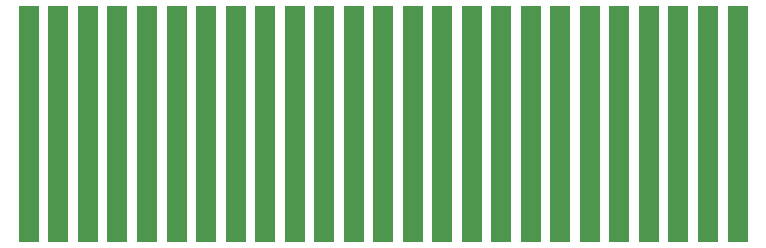
<source format=gbr>
%TF.GenerationSoftware,KiCad,Pcbnew,8.0.6*%
%TF.CreationDate,2024-10-17T23:30:34-05:00*%
%TF.ProjectId,n64_gamecat_rp2350b,6e36345f-6761-46d6-9563-61745f727032,rev?*%
%TF.SameCoordinates,Original*%
%TF.FileFunction,Paste,Bot*%
%TF.FilePolarity,Positive*%
%FSLAX46Y46*%
G04 Gerber Fmt 4.6, Leading zero omitted, Abs format (unit mm)*
G04 Created by KiCad (PCBNEW 8.0.6) date 2024-10-17 23:30:34*
%MOMM*%
%LPD*%
G01*
G04 APERTURE LIST*
%ADD10R,1.800000X20.000000*%
G04 APERTURE END LIST*
D10*
%TO.C,U3*%
X104000000Y-143000000D03*
X106500000Y-143000000D03*
X109000000Y-143000000D03*
X111500000Y-143000000D03*
X114000000Y-143000000D03*
X116500000Y-143000000D03*
X119000000Y-143000000D03*
X121500000Y-143000000D03*
X124000000Y-143000000D03*
X126500000Y-143000000D03*
X129000000Y-143000000D03*
X131500000Y-143000000D03*
X134000000Y-143000000D03*
X136500000Y-143000000D03*
X139000000Y-143000000D03*
X141500000Y-143000000D03*
X144000000Y-143000000D03*
X146500000Y-143000000D03*
X149000000Y-143000000D03*
X151500000Y-143000000D03*
X154000000Y-143000000D03*
X156500000Y-143000000D03*
X159000000Y-143000000D03*
X161500000Y-143000000D03*
X164000000Y-143000000D03*
%TD*%
M02*

</source>
